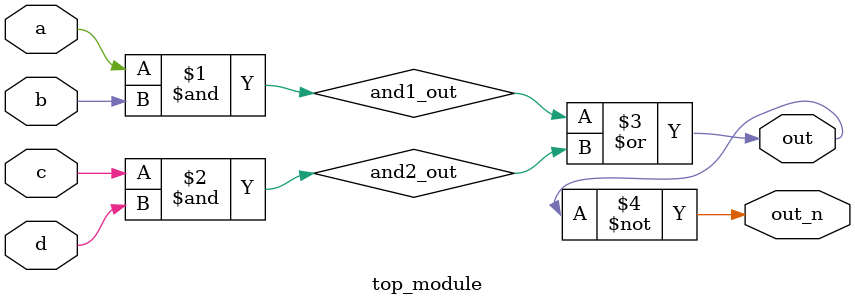
<source format=sv>
module top_module (
	input a,
	input b,
	input c,
	input d,
	output out,
	output out_n );

    wire and1_out;
    wire and2_out;

    // First layer: two AND gates
    assign and1_out = a & b;
    assign and2_out = c & d;

    // Second layer: one OR gate
    assign out = and1_out | and2_out;

    // Inverted output
    assign out_n = ~out;

endmodule

</source>
